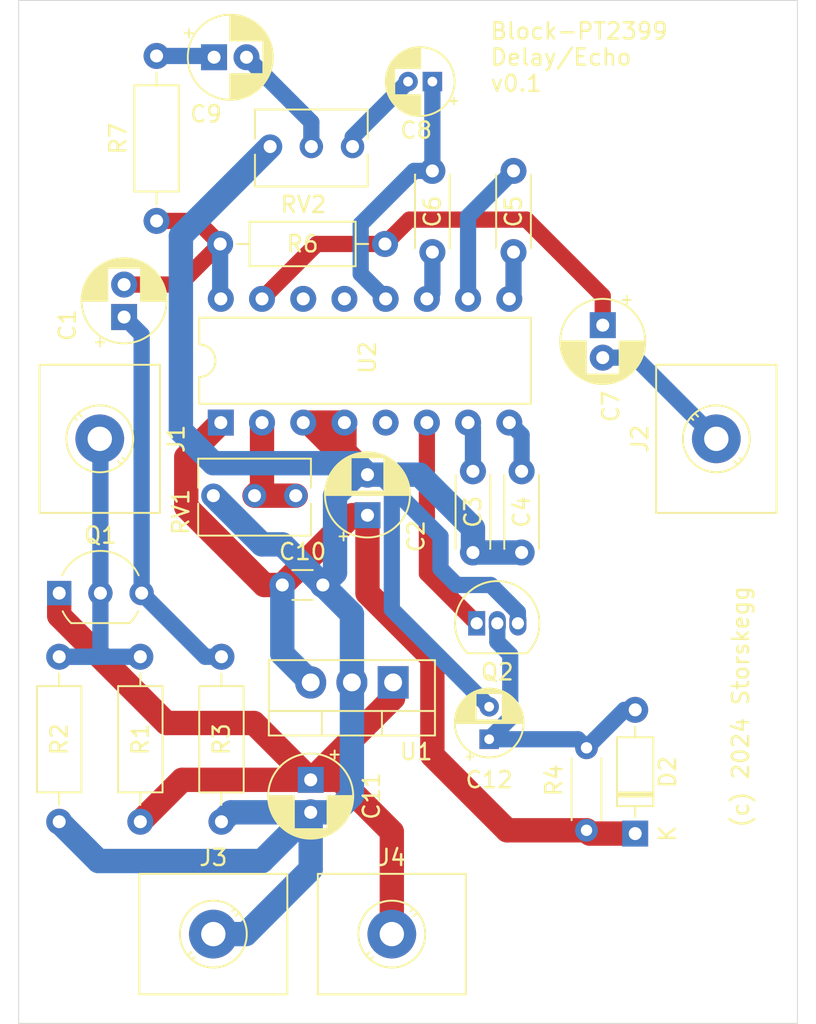
<source format=kicad_pcb>
(kicad_pcb (version 20240108) (generator "pcbnew") (generator_version "8.0")
  (layers (0 "F.Cu" signal) (31 "B.Cu" signal) (34 "B.Paste" user) (35 "F.Paste" user) (36 "B.SilkS" user "B.Silkscreen") (37 "F.SilkS" user "F.Silkscreen") (38 "B.Mask" user) (39 "F.Mask" user) (44 "Edge.Cuts" user))
  (net 0 "")
  (net 1 "Net-(Q1-S)")
  (net 2 "Net-(U2-LPF1-IN)")
  (net 3 "GND")
  (net 4 "+5V")
  (net 5 "Net-(U2-CC1)")
  (net 6 "Net-(U2-CC0)")
  (net 7 "Net-(U2-OP1-OUT)")
  (net 8 "Net-(U2-OP1-IN)")
  (net 9 "Net-(U2-OP2-IN)")
  (net 10 "Net-(U2-OP2-OUT)")
  (net 11 "Net-(U2-LPF1-OUT)")
  (net 12 "Net-(J2-Pin_1)")
  (net 13 "Net-(C8-Pad2)")
  (net 14 "Net-(C9-Pad2)")
  (net 15 "Net-(C9-Pad1)")
  (net 16 "Net-(J1-Pin_1)")
  (net 17 "+9V")
  (net 19 "Net-(D2-A)")
  (net 22 "Net-(Q2-C)")
  (net 23 "Net-(U2-REF)")
  (footprint "Capacitor_THT:C_Disc_D4.3mm_W1.9mm_P5.00mm" (layer "F.Cu") (at 40.5 30.5 90)
    (property "Reference" "C6" (at 2.5 0 90) (layer "F.SilkS"))
    (property "Value" "100nF")
    (pad "1" thru_hole circle (at 0 0 90) (size 1.6 1.6) (drill 0.8) (layers "*.Cu" "*.Mask") (net 9 "Net-(U2-OP2-IN)"))
    (pad "2" thru_hole circle (at 5 0 90) (size 1.6 1.6) (drill 0.8) (layers "*.Cu" "*.Mask") (net 10 "Net-(U2-OP2-OUT)"))
  )
  (footprint "Resistor_THT:R_Axial_DIN0207_L6.3mm_D2.5mm_P10.16mm_Horizontal" (layer "F.Cu") (at 37.58 30 180)
    (property "Reference" "R6" (at 5.08 0 0) (layer "F.SilkS"))
    (property "Value" "10k")
    (pad "1" thru_hole circle (at 0 0 180) (size 1.6 1.6) (drill 0.8) (layers "*.Cu" "*.Mask") (net 11 "Net-(U2-LPF1-OUT)"))
    (pad "2" thru_hole oval (at 10.16 0 180) (size 1.6 1.6) (drill 0.8) (layers "*.Cu" "*.Mask") (net 2 "Net-(U2-LPF1-IN)"))
  )
  (footprint "Capacitor_THT:C_Disc_D3.0mm_W1.6mm_P2.50mm" (layer "F.Cu") (at 31.25 51)
    (property "Reference" "C10" (at 1.25 -2.05 0) (layer "F.SilkS"))
    (property "Value" "100nF")
    (pad "1" thru_hole circle (at 0 0) (size 1.6 1.6) (drill 0.8) (layers "*.Cu" "*.Mask") (net 4 "+5V"))
    (pad "2" thru_hole circle (at 2.5 0) (size 1.6 1.6) (drill 0.8) (layers "*.Cu" "*.Mask") (net 3 "GND"))
  )
  (footprint "MountingHole:MountingHole_2.2mm_M2" (layer "F.Cu") (at 59 19)
    (property "Reference" "H2" (hide yes))
    (property "Value" "MountingHole")
    (pad "" np_thru_hole circle (at 0 0) (size 2.2 2.2) (drill 2.2) (layers "*.Cu" "*.Mask"))
  )
  (footprint "Capacitor_THT:CP_Radial_D5.0mm_P2.00mm" (layer "F.Cu") (at 51 35 -90)
    (property "Reference" "C7" (at 5 -0.5 90) (layer "F.SilkS"))
    (property "Value" "47uF")
    (pad "1" thru_hole rect (at 0 0 270) (size 1.6 1.6) (drill 0.8) (layers "*.Cu" "*.Mask") (net 11 "Net-(U2-LPF1-OUT)"))
    (pad "2" thru_hole circle (at 2 0 270) (size 1.6 1.6) (drill 0.8) (layers "*.Cu" "*.Mask") (net 12 "Net-(J2-Pin_1)"))
  )
  (footprint "Resistor_THT:R_Axial_DIN0207_L6.3mm_D2.5mm_P10.16mm_Horizontal" (layer "F.Cu") (at 23.5 28.58 90)
    (property "Reference" "R7" (at 5.08 -2.37 90) (layer "F.SilkS"))
    (property "Value" "27k")
    (pad "1" thru_hole circle (at 0 0 90) (size 1.6 1.6) (drill 0.8) (layers "*.Cu" "*.Mask") (net 2 "Net-(U2-LPF1-IN)"))
    (pad "2" thru_hole oval (at 10.16 0 90) (size 1.6 1.6) (drill 0.8) (layers "*.Cu" "*.Mask") (net 15 "Net-(C9-Pad1)"))
  )
  (footprint "MountingHole:MountingHole_2.2mm_M2" (layer "F.Cu") (at 19 19)
    (property "Reference" "H1" (hide yes))
    (property "Value" "MountingHole")
    (pad "" np_thru_hole circle (at 0 0) (size 2.2 2.2) (drill 2.2) (layers "*.Cu" "*.Mask"))
  )
  (footprint "Package_DIP:DIP-16_W7.62mm" (layer "F.Cu") (at 27.46 41 90)
    (property "Reference" "U2" (at 4 9.04 90) (layer "F.SilkS"))
    (property "Value" "PT2399")
    (pad "1" thru_hole rect (at 0 0 90) (size 1.6 1.6) (drill 0.8) (layers "*.Cu" "*.Mask") (net 4 "+5V"))
    (pad "2" thru_hole oval (at 0 2.54 90) (size 1.6 1.6) (drill 0.8) (layers "*.Cu" "*.Mask") (net 23 "Net-(U2-REF)"))
    (pad "3" thru_hole oval (at 0 5.08 90) (size 1.6 1.6) (drill 0.8) (layers "*.Cu" "*.Mask") (net 3 "GND"))
    (pad "4" thru_hole oval (at 0 7.62 90) (size 1.6 1.6) (drill 0.8) (layers "*.Cu" "*.Mask") (net 3 "GND"))
    (pad "5" thru_hole oval (at 0 10.16 90) (size 1.6 1.6) (drill 0.8) (layers "*.Cu" "*.Mask"))
    (pad "6" thru_hole oval (at 0 12.7 90) (size 1.6 1.6) (drill 0.8) (layers "*.Cu" "*.Mask") (net 22 "Net-(Q2-C)"))
    (pad "7" thru_hole oval (at 0 15.24 90) (size 1.6 1.6) (drill 0.8) (layers "*.Cu" "*.Mask") (net 5 "Net-(U2-CC1)"))
    (pad "8" thru_hole oval (at 0 17.78 90) (size 1.6 1.6) (drill 0.8) (layers "*.Cu" "*.Mask") (net 6 "Net-(U2-CC0)"))
    (pad "9" thru_hole oval (at 7.62 17.78 90) (size 1.6 1.6) (drill 0.8) (layers "*.Cu" "*.Mask") (net 7 "Net-(U2-OP1-OUT)"))
    (pad "10" thru_hole oval (at 7.62 15.24 90) (size 1.6 1.6) (drill 0.8) (layers "*.Cu" "*.Mask") (net 8 "Net-(U2-OP1-IN)"))
    (pad "11" thru_hole oval (at 7.62 12.7 90) (size 1.6 1.6) (drill 0.8) (layers "*.Cu" "*.Mask") (net 9 "Net-(U2-OP2-IN)"))
    (pad "12" thru_hole oval (at 7.62 10.16 90) (size 1.6 1.6) (drill 0.8) (layers "*.Cu" "*.Mask") (net 10 "Net-(U2-OP2-OUT)"))
    (pad "13" thru_hole oval (at 7.62 7.62 90) (size 1.6 1.6) (drill 0.8) (layers "*.Cu" "*.Mask"))
    (pad "14" thru_hole oval (at 7.62 5.08 90) (size 1.6 1.6) (drill 0.8) (layers "*.Cu" "*.Mask"))
    (pad "15" thru_hole oval (at 7.62 2.54 90) (size 1.6 1.6) (drill 0.8) (layers "*.Cu" "*.Mask") (net 11 "Net-(U2-LPF1-OUT)"))
    (pad "16" thru_hole oval (at 7.62 0 90) (size 1.6 1.6) (drill 0.8) (layers "*.Cu" "*.Mask") (net 2 "Net-(U2-LPF1-IN)"))
  )
  (footprint "Capacitor_THT:CP_Radial_D5.0mm_P2.00mm" (layer "F.Cu") (at 27.044888 18.5)
    (property "Reference" "C9" (at -0.5 3.5 0) (layer "F.SilkS"))
    (property "Value" "47uF")
    (pad "1" thru_hole rect (at 0 0) (size 1.6 1.6) (drill 0.8) (layers "*.Cu" "*.Mask") (net 15 "Net-(C9-Pad1)"))
    (pad "2" thru_hole circle (at 2 0) (size 1.6 1.6) (drill 0.8) (layers "*.Cu" "*.Mask") (net 14 "Net-(C9-Pad2)"))
  )
  (footprint "Package_TO_SOT_THT:TO-92_Inline" (layer "F.Cu") (at 43.23 53.36)
    (property "Reference" "Q2" (at 1.27 3 360) (layer "F.SilkS"))
    (property "Value" "BC337")
    (pad "1" thru_hole rect (at 0 0) (size 1.05 1.5) (drill 0.75) (layers "*.Cu" "*.Mask") (net 22 "Net-(Q2-C)"))
    (pad "2" thru_hole oval (at 1.27 0) (size 1.05 1.5) (drill 0.75) (layers "*.Cu" "*.Mask") (net 19 "Net-(D2-A)"))
    (pad "3" thru_hole oval (at 2.54 0) (size 1.05 1.5) (drill 0.75) (layers "*.Cu" "*.Mask") (net 3 "GND"))
  )
  (footprint "Package_TO_SOT_THT:TO-92_Inline_Wide" (layer "F.Cu") (at 17.5 51.5)
    (property "Reference" "Q1" (at 2.54 -3.56 0) (layer "F.SilkS"))
    (property "Value" "2N3819")
    (pad "1" thru_hole rect (at 0 0) (size 1.5 1.5) (drill 0.8) (layers "*.Cu" "*.Mask") (net 17 "+9V"))
    (pad "2" thru_hole circle (at 2.54 0) (size 1.5 1.5) (drill 0.8) (layers "*.Cu" "*.Mask") (net 16 "Net-(J1-Pin_1)"))
    (pad "3" thru_hole circle (at 5.08 0) (size 1.5 1.5) (drill 0.8) (layers "*.Cu" "*.Mask") (net 1 "Net-(Q1-S)"))
  )
  (footprint "TerminalBlock_MetzConnect:TerminalBlock_MetzConnect_360271_1x01_Horizontal_ScrewM3.0_Boxed" (layer "F.Cu") (at 20 42 -90)
    (property "Reference" "J1" (at 0 -4.71 90) (layer "F.SilkS"))
    (property "Value" "Sig_in")
    (pad "1" thru_hole circle (at 0 0 270) (size 3 3) (drill 1.5) (layers "*.Cu" "*.Mask") (net 16 "Net-(J1-Pin_1)"))
  )
  (footprint "MountingHole:MountingHole_2.2mm_M2" (layer "F.Cu") (at 59 74)
    (property "Reference" "H4" (hide yes))
    (property "Value" "MountingHole")
    (pad "" np_thru_hole circle (at 0 0) (size 2.2 2.2) (drill 2.2) (layers "*.Cu" "*.Mask"))
  )
  (footprint "Potentiometer_THT:Potentiometer_Bourns_3266Y_Vertical" (layer "F.Cu") (at 35.58 24)
    (property "Reference" "RV2" (at -3.025 3.575 0) (layer "F.SilkS"))
    (property "Value" "B50k")
    (pad "1" thru_hole circle (at 0 0) (size 1.44 1.44) (drill 0.8) (layers "*.Cu" "*.Mask") (net 13 "Net-(C8-Pad2)"))
    (pad "2" thru_hole circle (at -2.54 0) (size 1.44 1.44) (drill 0.8) (layers "*.Cu" "*.Mask") (net 14 "Net-(C9-Pad2)"))
    (pad "3" thru_hole circle (at -5.08 0) (size 1.44 1.44) (drill 0.8) (layers "*.Cu" "*.Mask") (net 3 "GND"))
  )
  (footprint "Package_TO_SOT_THT:TO-220-3_Vertical" (layer "F.Cu") (at 38.08 57 180)
    (property "Reference" "U1" (at -1.42 -4.27 0) (layer "F.SilkS"))
    (property "Value" "LM7805_TO220")
    (pad "1" thru_hole rect (at 0 0 180) (size 1.905 2) (drill 1.1) (layers "*.Cu" "*.Mask") (net 17 "+9V"))
    (pad "2" thru_hole oval (at 2.54 0 180) (size 1.905 2) (drill 1.1) (layers "*.Cu" "*.Mask") (net 3 "GND"))
    (pad "3" thru_hole oval (at 5.08 0 180) (size 1.905 2) (drill 1.1) (layers "*.Cu" "*.Mask") (net 4 "+5V"))
  )
  (footprint "TerminalBlock_MetzConnect:TerminalBlock_MetzConnect_360271_1x01_Horizontal_ScrewM3.0_Boxed" (layer "F.Cu") (at 38 72.5)
    (property "Reference" "J4" (at 0 -4.71 0) (layer "F.SilkS"))
    (property "Value" "+9V")
    (pad "1" thru_hole circle (at 0 0) (size 3 3) (drill 1.5) (layers "*.Cu" "*.Mask") (net 17 "+9V"))
  )
  (footprint "TerminalBlock_MetzConnect:TerminalBlock_MetzConnect_360271_1x01_Horizontal_ScrewM3.0_Boxed" (layer "F.Cu") (at 58 42 90)
    (property "Reference" "J2" (at 0 -4.71 90) (layer "F.SilkS"))
    (property "Value" "Sig_out")
    (pad "1" thru_hole circle (at 0 0 90) (size 3 3) (drill 1.5) (layers "*.Cu" "*.Mask") (net 12 "Net-(J2-Pin_1)"))
  )
  (footprint "Potentiometer_THT:Potentiometer_Bourns_3266Y_Vertical" (layer "F.Cu") (at 32.08 45.5)
    (property "Reference" "RV1" (at -7.08 1 90) (layer "F.SilkS"))
    (property "Value" "B100k")
    (pad "1" thru_hole circle (at 0 0) (size 1.44 1.44) (drill 0.8) (layers "*.Cu" "*.Mask") (net 23 "Net-(U2-REF)"))
    (pad "2" thru_hole circle (at -2.54 0) (size 1.44 1.44) (drill 0.8) (layers "*.Cu" "*.Mask") (net 23 "Net-(U2-REF)"))
    (pad "3" thru_hole circle (at -5.08 0) (size 1.44 1.44) (drill 0.8) (layers "*.Cu" "*.Mask") (net 3 "GND"))
  )
  (footprint "TerminalBlock_MetzConnect:TerminalBlock_MetzConnect_360271_1x01_Horizontal_ScrewM3.0_Boxed" (layer "F.Cu") (at 27 72.5)
    (property "Reference" "J3" (at 0 -4.71 0) (layer "F.SilkS"))
    (property "Value" "Sig_gnd")
    (pad "1" thru_hole circle (at 0 0) (size 3 3) (drill 1.5) (layers "*.Cu" "*.Mask") (net 3 "GND"))
  )
  (footprint "Resistor_THT:R_Axial_DIN0207_L6.3mm_D2.5mm_P10.16mm_Horizontal" (layer "F.Cu") (at 22.5 65.58 90)
    (property "Reference" "R1" (at 5.08 0 90) (layer "F.SilkS"))
    (property "Value" "2M")
    (pad "1" thru_hole circle (at 0 0 90) (size 1.6 1.6) (drill 0.8) (layers "*.Cu" "*.Mask") (net 17 "+9V"))
    (pad "2" thru_hole oval (at 10.16 0 90) (size 1.6 1.6) (drill 0.8) (layers "*.Cu" "*.Mask") (net 16 "Net-(J1-Pin_1)"))
  )
  (footprint "Capacitor_THT:C_Disc_D4.3mm_W1.9mm_P5.00mm" (layer "F.Cu") (at 46 44 -90)
    (property "Reference" "C4" (at 2.5 0 90) (layer "F.SilkS"))
    (property "Value" "100nF")
    (pad "1" thru_hole circle (at 0 0 270) (size 1.6 1.6) (drill 0.8) (layers "*.Cu" "*.Mask") (net 6 "Net-(U2-CC0)"))
    (pad "2" thru_hole circle (at 5 0 270) (size 1.6 1.6) (drill 0.8) (layers "*.Cu" "*.Mask") (net 3 "GND"))
  )
  (footprint "Diode_THT:D_DO-35_SOD27_P7.62mm_Horizontal" (layer "F.Cu") (at 53 66.31 90)
    (property "Reference" "D2" (at 3.7826 2 90) (layer "F.SilkS"))
    (property "Value" "1N4148")
    (fp_text user "K" (at 0 2 90) (layer "F.SilkS"))
    (pad "1" thru_hole rect (at 0 0 90) (size 1.6 1.6) (drill 0.8) (layers "*.Cu" "*.Mask") (net 4 "+5V"))
    (pad "2" thru_hole oval (at 7.62 0 90) (size 1.6 1.6) (drill 0.8) (layers "*.Cu" "*.Mask") (net 19 "Net-(D2-A)"))
  )
  (footprint "Resistor_THT:R_Axial_DIN0204_L3.6mm_D1.6mm_P5.08mm_Horizontal" (layer "F.Cu") (at 50 61.0274 -90)
    (property "Reference" "R4" (at 2 2 90) (layer "F.SilkS"))
    (property "Value" "100k")
    (pad "1" thru_hole circle (at 0 0 270) (size 1.4 1.4) (drill 0.7) (layers "*.Cu" "*.Mask") (net 19 "Net-(D2-A)"))
    (pad "2" thru_hole oval (at 5.08 0 270) (size 1.4 1.4) (drill 0.7) (layers "*.Cu" "*.Mask") (net 4 "+5V"))
  )
  (footprint "Capacitor_THT:CP_Radial_D4.0mm_P1.50mm" (layer "F.Cu") (at 40.5 20 180)
    (property "Reference" "C8" (at 1 -3 0) (layer "F.SilkS"))
    (property "Value" "10uF")
    (pad "1" thru_hole rect (at 0 0 180) (size 1.2 1.2) (drill 0.6) (layers "*.Cu" "*.Mask") (net 10 "Net-(U2-OP2-OUT)"))
    (pad "2" thru_hole circle (at 1.5 0 180) (size 1.2 1.2) (drill 0.6) (layers "*.Cu" "*.Mask") (net 13 "Net-(C8-Pad2)"))
  )
  (footprint "Capacitor_THT:CP_Radial_D5.0mm_P2.00mm" (layer "F.Cu") (at 33 63 -90)
    (property "Reference" "C11" (at 1 -3.75 90) (layer "F.SilkS"))
    (property "Value" "10uF")
    (pad "1" thru_hole rect (at 0 0 270) (size 1.6 1.6) (drill 0.8) (layers "*.Cu" "*.Mask") (net 17 "+9V"))
    (pad "2" thru_hole circle (at 2 0 270) (size 1.6 1.6) (drill 0.8) (layers "*.Cu" "*.Mask") (net 3 "GND"))
  )
  (footprint "Capacitor_THT:C_Disc_D4.3mm_W1.9mm_P5.00mm" (layer "F.Cu") (at 45.5 25.5 -90)
    (property "Reference" "C5" (at 2.5 0 90) (layer "F.SilkS"))
    (property "Value" "100nF")
    (pad "1" thru_hole circle (at 0 0 270) (size 1.6 1.6) (drill 0.8) (layers "*.Cu" "*.Mask") (net 8 "Net-(U2-OP1-IN)"))
    (pad "2" thru_hole circle (at 5 0 270) (size 1.6 1.6) (drill 0.8) (layers "*.Cu" "*.Mask") (net 7 "Net-(U2-OP1-OUT)"))
  )
  (footprint "MountingHole:MountingHole_2.2mm_M2" (layer "F.Cu") (at 19 74)
    (property "Reference" "H3" (hide yes))
    (property "Value" "MountingHole")
    (pad "" np_thru_hole circle (at 0 0) (size 2.2 2.2) (drill 2.2) (layers "*.Cu" "*.Mask"))
  )
  (footprint "Capacitor_THT:C_Disc_D4.3mm_W1.9mm_P5.00mm" (layer "F.Cu") (at 43 44 -90)
    (property "Reference" "C3" (at 2.5 0 90) (layer "F.SilkS"))
    (property "Value" "100nF")
    (pad "1" thru_hole circle (at 0 0 270) (size 1.6 1.6) (drill 0.8) (layers "*.Cu" "*.Mask") (net 5 "Net-(U2-CC1)"))
    (pad "2" thru_hole circle (at 5 0 270) (size 1.6 1.6) (drill 0.8) (layers "*.Cu" "*.Mask") (net 3 "GND"))
  )
  (footprint "Resistor_THT:R_Axial_DIN0207_L6.3mm_D2.5mm_P10.16mm_Horizontal" (layer "F.Cu") (at 27.5 55.42 -90)
    (property "Reference" "R3" (at 5.08 0 90) (layer "F.SilkS"))
    (property "Value" "1k")
    (pad "1" thru_hole circle (at 0 0 270) (size 1.6 1.6) (drill 0.8) (layers "*.Cu" "*.Mask") (net 1 "Net-(Q1-S)"))
    (pad "2" thru_hole oval (at 10.16 0 270) (size 1.6 1.6) (drill 0.8) (layers "*.Cu" "*.Mask") (net 3 "GND"))
  )
  (footprint "Capacitor_THT:CP_Radial_D5.0mm_P2.50mm" (layer "F.Cu") (at 36.5 46.705113 90)
    (property "Reference" "C2" (at -1.294887 3 90) (layer "F.SilkS"))
    (property "Value" "100uF")
    (pad "1" thru_hole rect (at 0 0 90) (size 1.6 1.6) (drill 0.8) (layers "*.Cu" "*.Mask") (net 4 "+5V"))
    (pad "2" thru_hole circle (at 2.5 0 90) (size 1.6 1.6) (drill 0.8) (layers "*.Cu" "*.Mask") (net 3 "GND"))
  )
  (footprint "Capacitor_THT:CP_Radial_D5.0mm_P2.00mm" (layer "F.Cu") (at 21.5 34.5 90)
    (property "Reference" "C1" (at -0.5 -3.5 90) (layer "F.SilkS"))
    (property "Value" "47uF")
    (pad "1" thru_hole rect (at 0 0 90) (size 1.6 1.6) (drill 0.8) (layers "*.Cu" "*.Mask") (net 1 "Net-(Q1-S)"))
    (pad "2" thru_hole circle (at 2 0 90) (size 1.6 1.6) (drill 0.8) (layers "*.Cu" "*.Mask") (net 2 "Net-(U2-LPF1-IN)"))
  )
  (footprint "Resistor_THT:R_Axial_DIN0207_L6.3mm_D2.5mm_P10.16mm_Horizontal" (layer "F.Cu") (at 17.5 55.42 -90)
    (property "Reference" "R2" (at 5.08 0 90) (layer "F.SilkS"))
    (property "Value" "2M")
    (pad "1" thru_hole circle (at 0 0 270) (size 1.6 1.6) (drill 0.8) (layers "*.Cu" "*.Mask") (net 16 "Net-(J1-Pin_1)"))
    (pad "2" thru_hole oval (at 10.16 0 270) (size 1.6 1.6) (drill 0.8) (layers "*.Cu" "*.Mask") (net 3 "GND"))
  )
  (footprint "Capacitor_THT:CP_Radial_D4.0mm_P2.00mm" (layer "F.Cu") (at 44 60.5 90)
    (property "Reference" "C12" (at -2.5 0 0) (layer "F.SilkS"))
    (property "Value" "10uF")
    (pad "1" thru_hole rect (at 0 0 90) (size 1.2 1.2) (drill 0.6) (layers "*.Cu" "*.Mask") (net 19 "Net-(D2-A)"))
    (pad "2" thru_hole circle (at 2 0 90) (size 1.2 1.2) (drill 0.6) (layers "*.Cu" "*.Mask") (net 3 "GND"))
  )
  (gr_rect (start 15 15) (end 63 78) (stroke (width 0.05)) (fill none) (layer "Edge.Cuts"))
  (gr_text "(c) 2024 Storskegg\n" (at 59.5 58.5 90) (layer "F.SilkS") (effects (font (size 1 1))))
  (gr_text "Block-PT2399\nDelay/Echo\nv0.1" (at 44 18.5 0) (layer "F.SilkS") (effects (font (size 1 1)) (justify left)))
  (segment (start 22.58 35.58) (end 21.5 34.5) (width 1) (layer "B.Cu") (net 1))
  (segment (start 26.5 55.42) (end 22.58 51.5) (width 1) (layer "B.Cu") (net 1))
  (segment (start 22.58 51.5) (end 22.58 35.58) (width 1) (layer "B.Cu") (net 1))
  (segment (start 27.5 55.42) (end 26.5 55.42) (width 1) (layer "B.Cu") (net 1))
  (segment (start 24.92 32.5) (end 27.42 30) (width 1) (layer "F.Cu") (net 2))
  (segment (start 21.5 32.5) (end 24.92 32.5) (width 1) (layer "F.Cu") (net 2))
  (segment (start 23.5 28.58) (end 26 28.58) (width 1) (layer "F.Cu") (net 2))
  (segment (start 26 28.58) (end 27.42 30) (width 1) (layer "F.Cu") (net 2))
  (segment (start 27.42 30) (end 27.42 33.34) (width 1) (layer "B.Cu") (net 2))
  (segment (start 32.54 41) (end 35.08 41) (width 1.5) (layer "F.Cu") (net 3))
  (segment (start 33.85 42.23) (end 35.08 41) (width 1) (layer "F.Cu") (net 3))
  (segment (start 35.08 42) (end 35.08 42.785113) (width 1.5) (layer "F.Cu") (net 3))
  (segment (start 33.77 42.23) (end 33.85 42.23) (width 1) (layer "F.Cu") (net 3))
  (segment (start 32.54 41) (end 34.08 41) (width 1) (layer "F.Cu") (net 3))
  (segment (start 35.08 42.785113) (end 36.5 44.205113) (width 1.5) (layer "F.Cu") (net 3))
  (segment (start 36.5 44.205113) (end 35.745113 44.205113) (width 1) (layer "F.Cu") (net 3))
  (segment (start 35.08 41) (end 35.08 42) (width 1.5) (layer "F.Cu") (net 3))
  (segment (start 34.08 41) (end 35.08 42) (width 1) (layer "F.Cu") (net 3))
  (segment (start 33.77 42.23) (end 32.54 41) (width 1) (layer "F.Cu") (net 3))
  (segment (start 35.745113 44.205113) (end 33.77 42.23) (width 1) (layer "F.Cu") (net 3))
  (segment (start 44 58.5) (end 38 52.5) (width 1) (layer "B.Cu") (net 3))
  (segment (start 33 65) (end 28.08 65) (width 1.5) (layer "B.Cu") (net 3))
  (segment (start 35.54 52.79) (end 35.54 57) (width 1.5) (layer "B.Cu") (net 3))
  (segment (start 39.705113 44.205113) (end 43 47.5) (width 1.5) (layer "B.Cu") (net 3))
  (segment (start 43 47.5) (end 43 49) (width 1.5) (layer "B.Cu") (net 3))
  (segment (start 33 65) (end 34.5 65) (width 1.5) (layer "B.Cu") (net 3))
  (segment (start 37.205113 44.205113) (end 36.5 44.205113) (width 1) (layer "B.Cu") (net 3))
  (segment (start 25 29.5) (end 30.5 24) (width 1.5) (layer "B.Cu") (net 3))
  (segment (start 34.5 50.25) (end 33.75 51) (width 1.5) (layer "B.Cu") (net 3))
  (segment (start 35.54 63.96) (end 35.54 57) (width 1.5) (layer "B.Cu") (net 3))
  (segment (start 43 49) (end 46 49) (width 1.5) (layer "B.Cu") (net 3))
  (segment (start 44.097412 51) (end 42 51) (width 1) (layer "B.Cu") (net 3))
  (segment (start 38 44.705113) (end 37.5 44.205113) (width 1) (layer "B.Cu") (net 3))
  (segment (start 41 48) (end 37.205113 44.205113) (width 1) (layer "B.Cu") (net 3))
  (segment (start 28.08 65) (end 27.5 65.58) (width 1.5) (layer "B.Cu") (net 3))
  (segment (start 45.77 53.36) (end 45.77 52.672588) (width 1) (layer "B.Cu") (net 3))
  (segment (start 36.5 44.205113) (end 39.705113 44.205113) (width 1.5) (layer "B.Cu") (net 3))
  (segment (start 33 68.5) (end 29 72.5) (width 1.5) (layer "B.Cu") (net 3))
  (segment (start 30 48.5) (end 31.25 48.5) (width 1.5) (layer "B.Cu") (net 3))
  (segment (start 35.794887 43.5) (end 27 43.5) (width 1.5) (layer "B.Cu") (net 3))
  (segment (start 36.5 44.205113) (end 35.794887 43.5) (width 1.5) (layer "B.Cu") (net 3))
  (segment (start 35.794887 44.205113) (end 34.5 45.5) (width 1.5) (layer "B.Cu") (net 3))
  (segment (start 19.92 68) (end 17.5 65.58) (width 1.5) (layer "B.Cu") (net 3))
  (segment (start 31.25 48.5) (end 33.75 51) (width 1.5) (layer "B.Cu") (net 3))
  (segment (start 29 72.5) (end 27 72.5) (width 1.5) (layer "B.Cu") (net 3))
  (segment (start 37.5 44.205113) (end 36.5 44.205113) (width 1) (layer "B.Cu") (net 3))
  (segment (start 27 43.5) (end 25 41.5) (width 1.5) (layer "B.Cu") (net 3))
  (segment (start 27 45.5) (end 30 48.5) (width 1.5) (layer "B.Cu") (net 3))
  (segment (start 38 52.5) (end 38 44.705113) (width 1) (layer "B.Cu") (net 3))
  (segment (start 33 65) (end 30 68) (width 1.5) (layer "B.Cu") (net 3))
  (segment (start 42 51) (end 41 50) (width 1) (layer "B.Cu") (net 3))
  (segment (start 34.5 65) (end 35.54 63.96) (width 1.5) (layer "B.Cu") (net 3))
  (segment (start 36.5 44.205113) (end 35.794887 44.205113) (width 1.5) (layer "B.Cu") (net 3))
  (segment (start 33.75 51) (end 35.54 52.79) (width 1.5) (layer "B.Cu") (net 3))
  (segment (start 41 50) (end 41 48) (width 1) (layer "B.Cu") (net 3))
  (segment (start 25 41.5) (end 25 29.5) (width 1.5) (layer "B.Cu") (net 3))
  (segment (start 33 65) (end 33 68.5) (width 1.5) (layer "B.Cu") (net 3))
  (segment (start 45.77 52.672588) (end 44.097412 51) (width 1) (layer "B.Cu") (net 3))
  (segment (start 34.5 45.5) (end 34.5 50.25) (width 1.5) (layer "B.Cu") (net 3))
  (segment (start 30 68) (end 19.92 68) (width 1.5) (layer "B.Cu") (net 3))
  (segment (start 36.5 46.705113) (end 36.5 51.5) (width 1.5) (layer "F.Cu") (net 4))
  (segment (start 31.25 51) (end 35.544887 46.705113) (width 1.5) (layer "F.Cu") (net 4))
  (segment (start 53 66.31) (end 50.2026 66.31) (width 1.5) (layer "F.Cu") (net 4))
  (segment (start 40.5 61.5) (end 45.1074 66.1074) (width 1.5) (layer "F.Cu") (net 4))
  (segment (start 50.2026 66.31) (end 50 66.1074) (width 1.5) (layer "F.Cu") (net 4))
  (segment (start 45.1074 66.1074) (end 50 66.1074) (width 1.5) (layer "F.Cu") (net 4))
  (segment (start 25.33 43.13) (end 25.33 46.191737) (width 1.5) (layer "F.Cu") (net 4))
  (segment (start 36.5 51.5) (end 40.5 55.5) (width 1.5) (layer "F.Cu") (net 4))
  (segment (start 25.33 46.191737) (end 30.138263 51) (width 1.5) (layer "F.Cu") (net 4))
  (segment (start 27.46 41) (end 25.33 43.13) (width 1.5) (layer "F.Cu") (net 4))
  (segment (start 40.5 55.5) (end 40.5 61.5) (width 1.5) (layer "F.Cu") (net 4))
  (segment (start 35.544887 46.705113) (end 36.5 46.705113) (width 1.5) (layer "F.Cu") (net 4))
  (segment (start 30.138263 51) (end 31.25 51) (width 1.5) (layer "F.Cu") (net 4))
  (segment (start 31.25 55.25) (end 33 57) (width 1.5) (layer "B.Cu") (net 4))
  (segment (start 31.25 51) (end 31.25 55.25) (width 1.5) (layer "B.Cu") (net 4))
  (segment (start 43 44) (end 43 41.3) (width 1) (layer "B.Cu") (net 5))
  (segment (start 46 44) (end 46 41.76) (width 1) (layer "B.Cu") (net 6))
  (segment (start 46 41.76) (end 45.24 41) (width 1) (layer "B.Cu") (net 6))
  (segment (start 45.5 30.5) (end 45.5 33.12) (width 1) (layer "B.Cu") (net 7))
  (segment (start 45.5 25.5) (end 42.7 28.3) (width 1) (layer "B.Cu") (net 8))
  (segment (start 42.7 28.3) (end 42.7 33.38) (width 1) (layer "B.Cu") (net 8))
  (segment (start 40.5 30.5) (end 40.5 33.04) (width 1) (layer "B.Cu") (net 9))
  (segment (start 40.5 33.04) (end 40.16 33.38) (width 0.7) (layer "B.Cu") (net 9))
  (segment (start 36.08 28.78863) (end 36.08 31.84) (width 1) (layer "B.Cu") (net 10))
  (segment (start 40.5 25.5) (end 39.36863 25.5) (width 1) (layer "B.Cu") (net 10))
  (segment (start 40.5 20) (end 40.5 25.5) (width 1) (layer "B.Cu") (net 10))
  (segment (start 36.08 31.84) (end 37.62 33.38) (width 1) (layer "B.Cu") (net 10))
  (segment (start 39.36863 25.5) (end 36.08 28.78863) (width 1) (layer "B.Cu") (net 10))
  (segment (start 46.3 28.5) (end 39.08 28.5) (width 1) (layer "F.Cu") (net 11))
  (segment (start 39.08 28.5) (end 37.58 30) (width 1) (layer "F.Cu") (net 11))
  (segment (start 51 33.2) (end 46.3 28.5) (width 1) (layer "F.Cu") (net 11))
  (segment (start 51 35) (end 51 33.2) (width 1) (layer "F.Cu") (net 11))
  (segment (start 33.38 30) (end 30 33.38) (width 1) (layer "F.Cu") (net 11))
  (segment (start 37.58 30) (end 33.38 30) (width 1) (layer "F.Cu") (net 11))
  (segment (start 53 37) (end 58 42) (width 1) (layer "B.Cu") (net 12))
  (segment (start 51 37) (end 53 37) (width 1) (layer "B.Cu") (net 12))
  (segment (start 35.58 24) (end 35.58 23.42) (width 0.7) (layer "B.Cu") (net 13))
  (segment (start 35.58 23.42) (end 39 20) (width 1) (layer "B.Cu") (net 13))
  (segment (start 33.04 22.495112) (end 29.044888 18.5) (width 1) (layer "B.Cu") (net 14))
  (segment (start 33.04 24) (end 33.04 22.495112) (width 1) (layer "B.Cu") (net 14))
  (segment (start 23.5 18.42) (end 26.964888 18.42) (width 1) (layer "B.Cu") (net 15))
  (segment (start 20.04 55.38) (end 20 55.42) (width 0.7) (layer "B.Cu") (net 16))
  (segment (start 20.04 51.5) (end 20.04 42.04) (width 1) (layer "B.Cu") (net 16))
  (segment (start 20 55.42) (end 22.5 55.42) (width 0.7) (layer "B.Cu") (net 16))
  (segment (start 22.5 55.42) (end 17.5 55.42) (width 1) (layer "B.Cu") (net 16))
  (segment (start 18 55.42) (end 20 55.42) (width 1) (layer "B.Cu") (net 16))
  (segment (start 20.04 51.5) (end 20.04 55.38) (width 1) (layer "B.Cu") (net 16))
  (segment (start 29.5 59.5) (end 24.105126 59.5) (width 1.5) (layer "F.Cu") (net 17))
  (segment (start 34.8 63) (end 33 63) (width 1.5) (layer "F.Cu") (net 17))
  (segment (start 25.08 63) (end 33 63) (width 1.5) (layer "F.Cu") (net 17))
  (segment (start 38.08 57.96) (end 38.08 57) (width 1.5) (layer "F.Cu") (net 17))
  (segment (start 22.5 65.58) (end 25.08 63) (width 1.5) (layer "F.Cu") (net 17))
  (segment (start 33.04 63) (end 38.08 57.96) (width 1.5) (layer "F.Cu") (net 17))
  (segment (start 17.5 52.894874) (end 17.5 51.5) (width 1.5) (layer "F.Cu") (net 17))
  (segment (start 33 63) (end 29.5 59.5) (width 1.5) (layer "F.Cu") (net 17))
  (segment (start 38 66.2) (end 34.8 63) (width 1.5) (layer "F.Cu") (net 17))
  (segment (start 24.105126 59.5) (end 17.5 52.894874) (width 1.5) (layer "F.Cu") (net 17))
  (segment (start 38 72.5) (end 38 66.2) (width 1.5) (layer "F.Cu") (net 17))
  (segment (start 44 60.5) (end 45.3 59.2) (width 1) (layer "B.Cu") (net 19))
  (segment (start 45.3 55.3) (end 44.5 54.5) (width 1) (layer "B.Cu") (net 19))
  (segment (start 49.4726 60.5) (end 50 61.0274) (width 1) (layer "B.Cu") (net 19))
  (segment (start 44 60.5) (end 49.4726 60.5) (width 1) (layer "B.Cu") (net 19))
  (segment (start 52.3374 58.69) (end 50 61.0274) (width 1) (layer "B.Cu") (net 19))
  (segment (start 44.5 54.5) (end 44.5 53.36) (width 1) (layer "B.Cu") (net 19))
  (segment (start 53 58.69) (end 52.3374 58.69) (width 1) (layer "B.Cu") (net 19))
  (segment (start 45.3 59.2) (end 45.3 55.3) (width 1) (layer "B.Cu") (net 19))
  (segment (start 40.16 41) (end 40.16 50.29) (width 1) (layer "F.Cu") (net 22))
  (segment (start 40.16 50.29) (end 43.23 53.36) (width 1) (layer "F.Cu") (net 22))
  (segment (start 30 41) (end 30 45.04) (width 1.5) (layer "F.Cu") (net 23))
  (segment (start 30 45.04) (end 29.54 45.5) (width 1.5) (layer "F.Cu") (net 23))
  (segment (start 32.08 45.5) (end 29.54 45.5) (width 1.5) (layer "F.Cu") (net 23))
)
</source>
